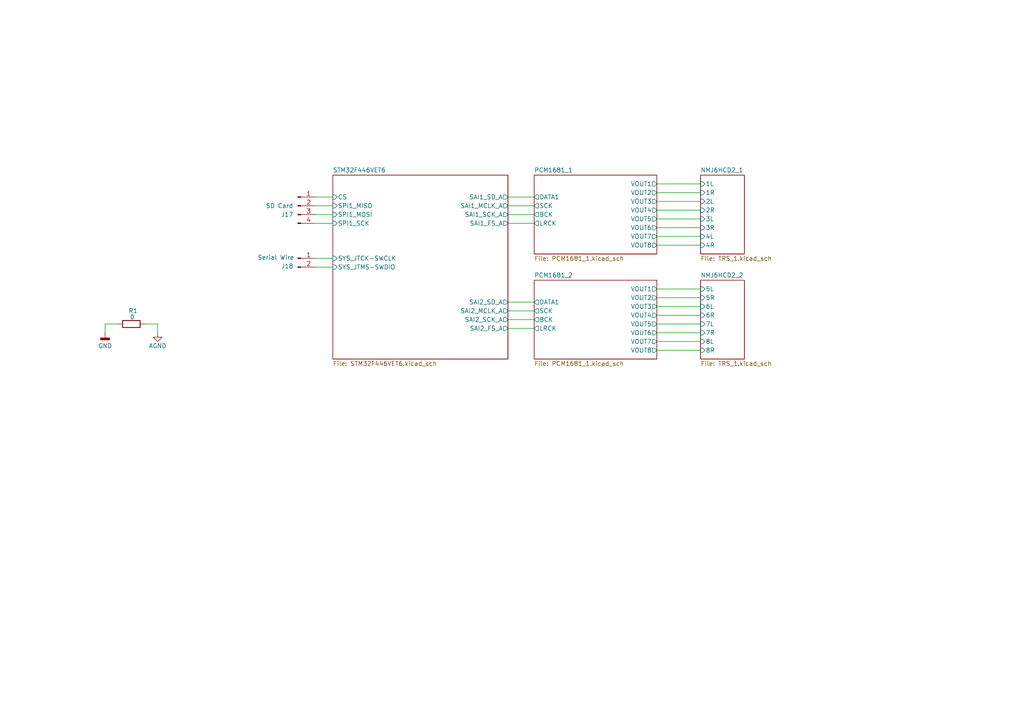
<source format=kicad_sch>
(kicad_sch
	(version 20250114)
	(generator "eeschema")
	(generator_version "9.0")
	(uuid "318a2fe5-3058-409c-8dc3-bfe2e6d8af4c")
	(paper "A4")
	(title_block
		(title "SP")
		(rev "v1")
		(company "Jakub Raimr")
	)
	(lib_symbols
		(symbol "Connector:Conn_01x02_Pin"
			(pin_names
				(offset 1.016)
				(hide yes)
			)
			(exclude_from_sim no)
			(in_bom yes)
			(on_board yes)
			(property "Reference" "J"
				(at 0 2.54 0)
				(effects
					(font
						(size 1.27 1.27)
					)
				)
			)
			(property "Value" "Conn_01x02_Pin"
				(at 0 -5.08 0)
				(effects
					(font
						(size 1.27 1.27)
					)
				)
			)
			(property "Footprint" ""
				(at 0 0 0)
				(effects
					(font
						(size 1.27 1.27)
					)
					(hide yes)
				)
			)
			(property "Datasheet" "~"
				(at 0 0 0)
				(effects
					(font
						(size 1.27 1.27)
					)
					(hide yes)
				)
			)
			(property "Description" "Generic connector, single row, 01x02, script generated"
				(at 0 0 0)
				(effects
					(font
						(size 1.27 1.27)
					)
					(hide yes)
				)
			)
			(property "ki_locked" ""
				(at 0 0 0)
				(effects
					(font
						(size 1.27 1.27)
					)
				)
			)
			(property "ki_keywords" "connector"
				(at 0 0 0)
				(effects
					(font
						(size 1.27 1.27)
					)
					(hide yes)
				)
			)
			(property "ki_fp_filters" "Connector*:*_1x??_*"
				(at 0 0 0)
				(effects
					(font
						(size 1.27 1.27)
					)
					(hide yes)
				)
			)
			(symbol "Conn_01x02_Pin_1_1"
				(rectangle
					(start 0.8636 0.127)
					(end 0 -0.127)
					(stroke
						(width 0.1524)
						(type default)
					)
					(fill
						(type outline)
					)
				)
				(rectangle
					(start 0.8636 -2.413)
					(end 0 -2.667)
					(stroke
						(width 0.1524)
						(type default)
					)
					(fill
						(type outline)
					)
				)
				(polyline
					(pts
						(xy 1.27 0) (xy 0.8636 0)
					)
					(stroke
						(width 0.1524)
						(type default)
					)
					(fill
						(type none)
					)
				)
				(polyline
					(pts
						(xy 1.27 -2.54) (xy 0.8636 -2.54)
					)
					(stroke
						(width 0.1524)
						(type default)
					)
					(fill
						(type none)
					)
				)
				(pin passive line
					(at 5.08 0 180)
					(length 3.81)
					(name "Pin_1"
						(effects
							(font
								(size 1.27 1.27)
							)
						)
					)
					(number "1"
						(effects
							(font
								(size 1.27 1.27)
							)
						)
					)
				)
				(pin passive line
					(at 5.08 -2.54 180)
					(length 3.81)
					(name "Pin_2"
						(effects
							(font
								(size 1.27 1.27)
							)
						)
					)
					(number "2"
						(effects
							(font
								(size 1.27 1.27)
							)
						)
					)
				)
			)
			(embedded_fonts no)
		)
		(symbol "Connector:Conn_01x04_Pin"
			(pin_names
				(offset 1.016)
				(hide yes)
			)
			(exclude_from_sim no)
			(in_bom yes)
			(on_board yes)
			(property "Reference" "J"
				(at 0 5.08 0)
				(effects
					(font
						(size 1.27 1.27)
					)
				)
			)
			(property "Value" "Conn_01x04_Pin"
				(at 0 -7.62 0)
				(effects
					(font
						(size 1.27 1.27)
					)
				)
			)
			(property "Footprint" ""
				(at 0 0 0)
				(effects
					(font
						(size 1.27 1.27)
					)
					(hide yes)
				)
			)
			(property "Datasheet" "~"
				(at 0 0 0)
				(effects
					(font
						(size 1.27 1.27)
					)
					(hide yes)
				)
			)
			(property "Description" "Generic connector, single row, 01x04, script generated"
				(at 0 0 0)
				(effects
					(font
						(size 1.27 1.27)
					)
					(hide yes)
				)
			)
			(property "ki_locked" ""
				(at 0 0 0)
				(effects
					(font
						(size 1.27 1.27)
					)
				)
			)
			(property "ki_keywords" "connector"
				(at 0 0 0)
				(effects
					(font
						(size 1.27 1.27)
					)
					(hide yes)
				)
			)
			(property "ki_fp_filters" "Connector*:*_1x??_*"
				(at 0 0 0)
				(effects
					(font
						(size 1.27 1.27)
					)
					(hide yes)
				)
			)
			(symbol "Conn_01x04_Pin_1_1"
				(rectangle
					(start 0.8636 2.667)
					(end 0 2.413)
					(stroke
						(width 0.1524)
						(type default)
					)
					(fill
						(type outline)
					)
				)
				(rectangle
					(start 0.8636 0.127)
					(end 0 -0.127)
					(stroke
						(width 0.1524)
						(type default)
					)
					(fill
						(type outline)
					)
				)
				(rectangle
					(start 0.8636 -2.413)
					(end 0 -2.667)
					(stroke
						(width 0.1524)
						(type default)
					)
					(fill
						(type outline)
					)
				)
				(rectangle
					(start 0.8636 -4.953)
					(end 0 -5.207)
					(stroke
						(width 0.1524)
						(type default)
					)
					(fill
						(type outline)
					)
				)
				(polyline
					(pts
						(xy 1.27 2.54) (xy 0.8636 2.54)
					)
					(stroke
						(width 0.1524)
						(type default)
					)
					(fill
						(type none)
					)
				)
				(polyline
					(pts
						(xy 1.27 0) (xy 0.8636 0)
					)
					(stroke
						(width 0.1524)
						(type default)
					)
					(fill
						(type none)
					)
				)
				(polyline
					(pts
						(xy 1.27 -2.54) (xy 0.8636 -2.54)
					)
					(stroke
						(width 0.1524)
						(type default)
					)
					(fill
						(type none)
					)
				)
				(polyline
					(pts
						(xy 1.27 -5.08) (xy 0.8636 -5.08)
					)
					(stroke
						(width 0.1524)
						(type default)
					)
					(fill
						(type none)
					)
				)
				(pin passive line
					(at 5.08 2.54 180)
					(length 3.81)
					(name "Pin_1"
						(effects
							(font
								(size 1.27 1.27)
							)
						)
					)
					(number "1"
						(effects
							(font
								(size 1.27 1.27)
							)
						)
					)
				)
				(pin passive line
					(at 5.08 0 180)
					(length 3.81)
					(name "Pin_2"
						(effects
							(font
								(size 1.27 1.27)
							)
						)
					)
					(number "2"
						(effects
							(font
								(size 1.27 1.27)
							)
						)
					)
				)
				(pin passive line
					(at 5.08 -2.54 180)
					(length 3.81)
					(name "Pin_3"
						(effects
							(font
								(size 1.27 1.27)
							)
						)
					)
					(number "3"
						(effects
							(font
								(size 1.27 1.27)
							)
						)
					)
				)
				(pin passive line
					(at 5.08 -5.08 180)
					(length 3.81)
					(name "Pin_4"
						(effects
							(font
								(size 1.27 1.27)
							)
						)
					)
					(number "4"
						(effects
							(font
								(size 1.27 1.27)
							)
						)
					)
				)
			)
			(embedded_fonts no)
		)
		(symbol "Device:R"
			(pin_numbers
				(hide yes)
			)
			(pin_names
				(offset 0)
			)
			(exclude_from_sim no)
			(in_bom yes)
			(on_board yes)
			(property "Reference" "R"
				(at 2.032 0 90)
				(effects
					(font
						(size 1.27 1.27)
					)
				)
			)
			(property "Value" "R"
				(at 0 0 90)
				(effects
					(font
						(size 1.27 1.27)
					)
				)
			)
			(property "Footprint" ""
				(at -1.778 0 90)
				(effects
					(font
						(size 1.27 1.27)
					)
					(hide yes)
				)
			)
			(property "Datasheet" "~"
				(at 0 0 0)
				(effects
					(font
						(size 1.27 1.27)
					)
					(hide yes)
				)
			)
			(property "Description" "Resistor"
				(at 0 0 0)
				(effects
					(font
						(size 1.27 1.27)
					)
					(hide yes)
				)
			)
			(property "ki_keywords" "R res resistor"
				(at 0 0 0)
				(effects
					(font
						(size 1.27 1.27)
					)
					(hide yes)
				)
			)
			(property "ki_fp_filters" "R_*"
				(at 0 0 0)
				(effects
					(font
						(size 1.27 1.27)
					)
					(hide yes)
				)
			)
			(symbol "R_0_1"
				(rectangle
					(start -1.016 -2.54)
					(end 1.016 2.54)
					(stroke
						(width 0.254)
						(type default)
					)
					(fill
						(type none)
					)
				)
			)
			(symbol "R_1_1"
				(pin passive line
					(at 0 3.81 270)
					(length 1.27)
					(name "~"
						(effects
							(font
								(size 1.27 1.27)
							)
						)
					)
					(number "1"
						(effects
							(font
								(size 1.27 1.27)
							)
						)
					)
				)
				(pin passive line
					(at 0 -3.81 90)
					(length 1.27)
					(name "~"
						(effects
							(font
								(size 1.27 1.27)
							)
						)
					)
					(number "2"
						(effects
							(font
								(size 1.27 1.27)
							)
						)
					)
				)
			)
			(embedded_fonts no)
		)
		(symbol "power:GNDA"
			(power)
			(pin_numbers
				(hide yes)
			)
			(pin_names
				(offset 0)
				(hide yes)
			)
			(exclude_from_sim no)
			(in_bom yes)
			(on_board yes)
			(property "Reference" "#PWR"
				(at 0 -6.35 0)
				(effects
					(font
						(size 1.27 1.27)
					)
					(hide yes)
				)
			)
			(property "Value" "GNDA"
				(at 0 -3.81 0)
				(effects
					(font
						(size 1.27 1.27)
					)
				)
			)
			(property "Footprint" ""
				(at 0 0 0)
				(effects
					(font
						(size 1.27 1.27)
					)
					(hide yes)
				)
			)
			(property "Datasheet" ""
				(at 0 0 0)
				(effects
					(font
						(size 1.27 1.27)
					)
					(hide yes)
				)
			)
			(property "Description" "Power symbol creates a global label with name \"GNDA\" , analog ground"
				(at 0 0 0)
				(effects
					(font
						(size 1.27 1.27)
					)
					(hide yes)
				)
			)
			(property "ki_keywords" "global power"
				(at 0 0 0)
				(effects
					(font
						(size 1.27 1.27)
					)
					(hide yes)
				)
			)
			(symbol "GNDA_0_1"
				(polyline
					(pts
						(xy 0 0) (xy 0 -1.27) (xy 1.27 -1.27) (xy 0 -2.54) (xy -1.27 -1.27) (xy 0 -1.27)
					)
					(stroke
						(width 0)
						(type default)
					)
					(fill
						(type none)
					)
				)
			)
			(symbol "GNDA_1_1"
				(pin power_in line
					(at 0 0 270)
					(length 0)
					(name "~"
						(effects
							(font
								(size 1.27 1.27)
							)
						)
					)
					(number "1"
						(effects
							(font
								(size 1.27 1.27)
							)
						)
					)
				)
			)
			(embedded_fonts no)
		)
		(symbol "power:GNDD"
			(power)
			(pin_numbers
				(hide yes)
			)
			(pin_names
				(offset 0)
				(hide yes)
			)
			(exclude_from_sim no)
			(in_bom yes)
			(on_board yes)
			(property "Reference" "#PWR"
				(at 0 -6.35 0)
				(effects
					(font
						(size 1.27 1.27)
					)
					(hide yes)
				)
			)
			(property "Value" "GNDD"
				(at 0 -3.175 0)
				(effects
					(font
						(size 1.27 1.27)
					)
				)
			)
			(property "Footprint" ""
				(at 0 0 0)
				(effects
					(font
						(size 1.27 1.27)
					)
					(hide yes)
				)
			)
			(property "Datasheet" ""
				(at 0 0 0)
				(effects
					(font
						(size 1.27 1.27)
					)
					(hide yes)
				)
			)
			(property "Description" "Power symbol creates a global label with name \"GNDD\" , digital ground"
				(at 0 0 0)
				(effects
					(font
						(size 1.27 1.27)
					)
					(hide yes)
				)
			)
			(property "ki_keywords" "global power"
				(at 0 0 0)
				(effects
					(font
						(size 1.27 1.27)
					)
					(hide yes)
				)
			)
			(symbol "GNDD_0_1"
				(rectangle
					(start -1.27 -1.524)
					(end 1.27 -2.032)
					(stroke
						(width 0.254)
						(type default)
					)
					(fill
						(type outline)
					)
				)
				(polyline
					(pts
						(xy 0 0) (xy 0 -1.524)
					)
					(stroke
						(width 0)
						(type default)
					)
					(fill
						(type none)
					)
				)
			)
			(symbol "GNDD_1_1"
				(pin power_in line
					(at 0 0 270)
					(length 0)
					(name "~"
						(effects
							(font
								(size 1.27 1.27)
							)
						)
					)
					(number "1"
						(effects
							(font
								(size 1.27 1.27)
							)
						)
					)
				)
			)
			(embedded_fonts no)
		)
	)
	(wire
		(pts
			(xy 190.5 86.36) (xy 203.2 86.36)
		)
		(stroke
			(width 0)
			(type default)
		)
		(uuid "094e0538-a7a8-4c66-8199-a0e4baabfcbe")
	)
	(wire
		(pts
			(xy 190.5 60.96) (xy 203.2 60.96)
		)
		(stroke
			(width 0)
			(type default)
		)
		(uuid "0f49f165-d364-4d3b-b54d-3bdcacaf0a7e")
	)
	(wire
		(pts
			(xy 147.32 87.63) (xy 154.94 87.63)
		)
		(stroke
			(width 0)
			(type default)
		)
		(uuid "1603bda1-858c-4887-ab69-d4d142adff0a")
	)
	(wire
		(pts
			(xy 190.5 88.9) (xy 203.2 88.9)
		)
		(stroke
			(width 0)
			(type default)
		)
		(uuid "1840854c-2fd7-454b-9506-d72bca786988")
	)
	(wire
		(pts
			(xy 147.32 90.17) (xy 154.94 90.17)
		)
		(stroke
			(width 0)
			(type default)
		)
		(uuid "30a2f95d-c2ec-4013-a4e7-2731279c2786")
	)
	(wire
		(pts
			(xy 190.5 55.88) (xy 203.2 55.88)
		)
		(stroke
			(width 0)
			(type default)
		)
		(uuid "37062952-5c48-4913-8e4e-db0a183e1a40")
	)
	(wire
		(pts
			(xy 147.32 59.69) (xy 154.94 59.69)
		)
		(stroke
			(width 0)
			(type default)
		)
		(uuid "39def0c0-4498-4474-a862-d94f7b02ab68")
	)
	(wire
		(pts
			(xy 190.5 66.04) (xy 203.2 66.04)
		)
		(stroke
			(width 0)
			(type default)
		)
		(uuid "445c8bbb-150f-4211-8c51-0f836440f990")
	)
	(wire
		(pts
			(xy 91.44 64.77) (xy 96.52 64.77)
		)
		(stroke
			(width 0)
			(type default)
		)
		(uuid "4617fd2f-0925-4149-af89-da188912aaab")
	)
	(wire
		(pts
			(xy 91.44 57.15) (xy 96.52 57.15)
		)
		(stroke
			(width 0)
			(type default)
		)
		(uuid "47b0b7f4-3a83-412d-80d4-c79321a87968")
	)
	(wire
		(pts
			(xy 190.5 93.98) (xy 203.2 93.98)
		)
		(stroke
			(width 0)
			(type default)
		)
		(uuid "4fff3a25-9a3a-4c2e-b0ba-877350cfa69a")
	)
	(wire
		(pts
			(xy 190.5 63.5) (xy 203.2 63.5)
		)
		(stroke
			(width 0)
			(type default)
		)
		(uuid "5e1044ad-baff-48e4-b271-6e40b64407fe")
	)
	(wire
		(pts
			(xy 147.32 64.77) (xy 154.94 64.77)
		)
		(stroke
			(width 0)
			(type default)
		)
		(uuid "617f0da6-8f11-420c-aa0d-a77e3f2cbc08")
	)
	(wire
		(pts
			(xy 190.5 91.44) (xy 203.2 91.44)
		)
		(stroke
			(width 0)
			(type default)
		)
		(uuid "62021367-6077-4fe3-ab0e-e7b4342bb809")
	)
	(wire
		(pts
			(xy 91.44 59.69) (xy 96.52 59.69)
		)
		(stroke
			(width 0)
			(type default)
		)
		(uuid "67e4c35c-9045-4373-83c3-519954800928")
	)
	(wire
		(pts
			(xy 190.5 53.34) (xy 203.2 53.34)
		)
		(stroke
			(width 0)
			(type default)
		)
		(uuid "6b337367-b93a-40e7-824b-87c316cd1cae")
	)
	(wire
		(pts
			(xy 30.48 93.98) (xy 30.48 96.52)
		)
		(stroke
			(width 0)
			(type default)
		)
		(uuid "6bf316b3-75a5-4a03-9e4d-28183a7b380d")
	)
	(wire
		(pts
			(xy 91.44 74.93) (xy 96.52 74.93)
		)
		(stroke
			(width 0)
			(type default)
		)
		(uuid "74048297-83f3-47af-b8fb-7973b9075ae8")
	)
	(wire
		(pts
			(xy 190.5 96.52) (xy 203.2 96.52)
		)
		(stroke
			(width 0)
			(type default)
		)
		(uuid "76f7ed7f-4f6f-402e-8399-deff7f10f855")
	)
	(wire
		(pts
			(xy 147.32 92.71) (xy 154.94 92.71)
		)
		(stroke
			(width 0)
			(type default)
		)
		(uuid "86477c28-ed79-4980-986f-460cc84dd082")
	)
	(wire
		(pts
			(xy 91.44 77.47) (xy 96.52 77.47)
		)
		(stroke
			(width 0)
			(type default)
		)
		(uuid "8b0f0237-0d4e-486e-8caf-fe83a42a7b98")
	)
	(wire
		(pts
			(xy 147.32 95.25) (xy 154.94 95.25)
		)
		(stroke
			(width 0)
			(type default)
		)
		(uuid "8ba87234-5e60-4d17-a99c-b58ee62a9fb5")
	)
	(wire
		(pts
			(xy 190.5 71.12) (xy 203.2 71.12)
		)
		(stroke
			(width 0)
			(type default)
		)
		(uuid "95abdefd-a695-4845-8576-b9789dd05e92")
	)
	(wire
		(pts
			(xy 30.48 93.98) (xy 34.29 93.98)
		)
		(stroke
			(width 0)
			(type default)
		)
		(uuid "a5cb9514-4a8e-4e08-8326-0c1846494b33")
	)
	(wire
		(pts
			(xy 190.5 68.58) (xy 203.2 68.58)
		)
		(stroke
			(width 0)
			(type default)
		)
		(uuid "acdcc716-5160-4a65-a08e-c532cc7fb026")
	)
	(wire
		(pts
			(xy 91.44 62.23) (xy 96.52 62.23)
		)
		(stroke
			(width 0)
			(type default)
		)
		(uuid "b6789c18-057e-4292-b2d7-0000fe829bb2")
	)
	(wire
		(pts
			(xy 147.32 62.23) (xy 154.94 62.23)
		)
		(stroke
			(width 0)
			(type default)
		)
		(uuid "ba4b5c62-fbe1-44e6-a40a-2eae9023c233")
	)
	(wire
		(pts
			(xy 41.91 93.98) (xy 45.72 93.98)
		)
		(stroke
			(width 0)
			(type default)
		)
		(uuid "ba6ba964-172c-4bd0-830e-d71eef3e7703")
	)
	(wire
		(pts
			(xy 190.5 99.06) (xy 203.2 99.06)
		)
		(stroke
			(width 0)
			(type default)
		)
		(uuid "c48770de-f88d-46b5-a47a-385e831a5e94")
	)
	(wire
		(pts
			(xy 190.5 83.82) (xy 203.2 83.82)
		)
		(stroke
			(width 0)
			(type default)
		)
		(uuid "cbe9133c-384a-40c7-8290-e0c682644b52")
	)
	(wire
		(pts
			(xy 190.5 58.42) (xy 203.2 58.42)
		)
		(stroke
			(width 0)
			(type default)
		)
		(uuid "cddcf913-c003-4ba5-8579-5ab01c15d887")
	)
	(wire
		(pts
			(xy 147.32 57.15) (xy 154.94 57.15)
		)
		(stroke
			(width 0)
			(type default)
		)
		(uuid "cf742891-8a19-4321-bf94-9635167887b5")
	)
	(wire
		(pts
			(xy 190.5 101.6) (xy 203.2 101.6)
		)
		(stroke
			(width 0)
			(type default)
		)
		(uuid "dbd50151-354b-48b7-aa59-f8a863003677")
	)
	(wire
		(pts
			(xy 45.72 93.98) (xy 45.72 96.52)
		)
		(stroke
			(width 0)
			(type default)
		)
		(uuid "f76373d3-d1e3-4b59-9efc-f47f9f4e015d")
	)
	(symbol
		(lib_id "power:GNDD")
		(at 30.48 96.52 0)
		(unit 1)
		(exclude_from_sim no)
		(in_bom yes)
		(on_board yes)
		(dnp no)
		(fields_autoplaced yes)
		(uuid "26f388c6-ff16-4b02-bc6b-eaa6f5944730")
		(property "Reference" "#PWR047"
			(at 30.48 102.87 0)
			(effects
				(font
					(size 1.27 1.27)
				)
				(hide yes)
			)
		)
		(property "Value" "GND"
			(at 30.48 100.33 0)
			(effects
				(font
					(size 1.27 1.27)
				)
			)
		)
		(property "Footprint" ""
			(at 30.48 96.52 0)
			(effects
				(font
					(size 1.27 1.27)
				)
				(hide yes)
			)
		)
		(property "Datasheet" ""
			(at 30.48 96.52 0)
			(effects
				(font
					(size 1.27 1.27)
				)
				(hide yes)
			)
		)
		(property "Description" "Power symbol creates a global label with name \"GNDD\" , digital ground"
			(at 30.48 96.52 0)
			(effects
				(font
					(size 1.27 1.27)
				)
				(hide yes)
			)
		)
		(pin "1"
			(uuid "b1bf862f-edee-423a-9210-f484f2ce3ebb")
		)
		(instances
			(project "SP"
				(path "/318a2fe5-3058-409c-8dc3-bfe2e6d8af4c"
					(reference "#PWR047")
					(unit 1)
				)
			)
		)
	)
	(symbol
		(lib_id "Device:R")
		(at 38.1 93.98 90)
		(unit 1)
		(exclude_from_sim no)
		(in_bom yes)
		(on_board yes)
		(dnp no)
		(uuid "5e546ed3-64df-4bd9-a55c-3f72f2305659")
		(property "Reference" "R1"
			(at 38.608 90.17 90)
			(effects
				(font
					(size 1.27 1.27)
				)
			)
		)
		(property "Value" "0"
			(at 38.354 91.948 90)
			(effects
				(font
					(size 1.27 1.27)
				)
			)
		)
		(property "Footprint" ""
			(at 38.1 95.758 90)
			(effects
				(font
					(size 1.27 1.27)
				)
				(hide yes)
			)
		)
		(property "Datasheet" "~"
			(at 38.1 93.98 0)
			(effects
				(font
					(size 1.27 1.27)
				)
				(hide yes)
			)
		)
		(property "Description" "Resistor"
			(at 38.1 93.98 0)
			(effects
				(font
					(size 1.27 1.27)
				)
				(hide yes)
			)
		)
		(pin "1"
			(uuid "1f2ee07d-7183-4a97-b908-30607deecc67")
		)
		(pin "2"
			(uuid "b5ac44da-34af-434d-b3c5-5fd856d44838")
		)
		(instances
			(project ""
				(path "/318a2fe5-3058-409c-8dc3-bfe2e6d8af4c"
					(reference "R1")
					(unit 1)
				)
			)
		)
	)
	(symbol
		(lib_id "Connector:Conn_01x04_Pin")
		(at 86.36 59.69 0)
		(unit 1)
		(exclude_from_sim no)
		(in_bom yes)
		(on_board yes)
		(dnp no)
		(uuid "b36ebe66-ede8-43b6-9507-b9473f0d3228")
		(property "Reference" "J17"
			(at 85.09 62.2301 0)
			(effects
				(font
					(size 1.27 1.27)
				)
				(justify right)
			)
		)
		(property "Value" "SD Card"
			(at 85.09 59.6901 0)
			(effects
				(font
					(size 1.27 1.27)
				)
				(justify right)
			)
		)
		(property "Footprint" ""
			(at 86.36 59.69 0)
			(effects
				(font
					(size 1.27 1.27)
				)
				(hide yes)
			)
		)
		(property "Datasheet" "~"
			(at 86.36 59.69 0)
			(effects
				(font
					(size 1.27 1.27)
				)
				(hide yes)
			)
		)
		(property "Description" "Generic connector, single row, 01x04, script generated"
			(at 86.36 59.69 0)
			(effects
				(font
					(size 1.27 1.27)
				)
				(hide yes)
			)
		)
		(pin "4"
			(uuid "748538f0-5fdf-4faa-9026-b3393b6ef65d")
		)
		(pin "1"
			(uuid "097ea729-9b9a-4499-af3c-00eebd615032")
		)
		(pin "3"
			(uuid "6c5dea7a-1fa1-45d6-8c18-abe765b74dfd")
		)
		(pin "2"
			(uuid "bb3295f1-0c63-4627-bc52-bd98d0ae06e7")
		)
		(instances
			(project "SP"
				(path "/318a2fe5-3058-409c-8dc3-bfe2e6d8af4c"
					(reference "J17")
					(unit 1)
				)
			)
		)
	)
	(symbol
		(lib_id "power:GNDA")
		(at 45.72 96.52 0)
		(unit 1)
		(exclude_from_sim no)
		(in_bom yes)
		(on_board yes)
		(dnp no)
		(uuid "c6e3832d-147d-4280-81a9-f42a577bb109")
		(property "Reference" "#PWR048"
			(at 45.72 102.87 0)
			(effects
				(font
					(size 1.27 1.27)
				)
				(hide yes)
			)
		)
		(property "Value" "AGND"
			(at 45.72 100.33 0)
			(effects
				(font
					(size 1.27 1.27)
				)
			)
		)
		(property "Footprint" ""
			(at 45.72 96.52 0)
			(effects
				(font
					(size 1.27 1.27)
				)
				(hide yes)
			)
		)
		(property "Datasheet" ""
			(at 45.72 96.52 0)
			(effects
				(font
					(size 1.27 1.27)
				)
				(hide yes)
			)
		)
		(property "Description" "Power symbol creates a global label with name \"GNDA\" , analog ground"
			(at 45.72 96.52 0)
			(effects
				(font
					(size 1.27 1.27)
				)
				(hide yes)
			)
		)
		(pin "1"
			(uuid "0833ea02-b7ea-4040-a3cc-89f63e224ba2")
		)
		(instances
			(project "SP"
				(path "/318a2fe5-3058-409c-8dc3-bfe2e6d8af4c"
					(reference "#PWR048")
					(unit 1)
				)
			)
		)
	)
	(symbol
		(lib_id "Connector:Conn_01x02_Pin")
		(at 86.36 74.93 0)
		(unit 1)
		(exclude_from_sim no)
		(in_bom yes)
		(on_board yes)
		(dnp no)
		(uuid "ec830ed5-4272-4729-a62e-c9ef35eea86b")
		(property "Reference" "J18"
			(at 83.312 77.216 0)
			(effects
				(font
					(size 1.27 1.27)
				)
			)
		)
		(property "Value" "Serial Wire"
			(at 80.01 74.676 0)
			(effects
				(font
					(size 1.27 1.27)
				)
			)
		)
		(property "Footprint" ""
			(at 86.36 74.93 0)
			(effects
				(font
					(size 1.27 1.27)
				)
				(hide yes)
			)
		)
		(property "Datasheet" "~"
			(at 86.36 74.93 0)
			(effects
				(font
					(size 1.27 1.27)
				)
				(hide yes)
			)
		)
		(property "Description" "Generic connector, single row, 01x02, script generated"
			(at 86.36 74.93 0)
			(effects
				(font
					(size 1.27 1.27)
				)
				(hide yes)
			)
		)
		(pin "1"
			(uuid "12c3b3d0-d735-47c3-af01-454a2d493f0e")
		)
		(pin "2"
			(uuid "691fe67f-0504-4793-be7c-100e03c7ae63")
		)
		(instances
			(project ""
				(path "/318a2fe5-3058-409c-8dc3-bfe2e6d8af4c"
					(reference "J18")
					(unit 1)
				)
			)
		)
	)
	(sheet
		(at 203.2 50.8)
		(size 12.7 22.86)
		(exclude_from_sim no)
		(in_bom yes)
		(on_board yes)
		(dnp no)
		(fields_autoplaced yes)
		(stroke
			(width 0.1524)
			(type solid)
		)
		(fill
			(color 0 0 0 0.0000)
		)
		(uuid "19351172-9d87-4e12-8155-ead250f6380c")
		(property "Sheetname" "NMJ6HCD2_1"
			(at 203.2 50.0884 0)
			(effects
				(font
					(size 1.27 1.27)
				)
				(justify left bottom)
			)
		)
		(property "Sheetfile" "TRS_1.kicad_sch"
			(at 203.2 74.2446 0)
			(effects
				(font
					(size 1.27 1.27)
				)
				(justify left top)
			)
		)
		(property "Field2" ""
			(at 203.2 50.8 0)
			(effects
				(font
					(size 1.27 1.27)
				)
			)
		)
		(pin "1L" input
			(at 203.2 53.34 180)
			(uuid "12e614b5-567a-4de7-8200-ec08f3794d9d")
			(effects
				(font
					(size 1.27 1.27)
				)
				(justify left)
			)
		)
		(pin "1R" input
			(at 203.2 55.88 180)
			(uuid "1d4a6b38-bb1b-4114-b20c-efe78586674d")
			(effects
				(font
					(size 1.27 1.27)
				)
				(justify left)
			)
		)
		(pin "2L" input
			(at 203.2 58.42 180)
			(uuid "cbf32c70-3a17-4475-a594-bf8b59c7e14c")
			(effects
				(font
					(size 1.27 1.27)
				)
				(justify left)
			)
		)
		(pin "2R" input
			(at 203.2 60.96 180)
			(uuid "fad9cadf-1c5a-4b78-baab-bf5266aaabb9")
			(effects
				(font
					(size 1.27 1.27)
				)
				(justify left)
			)
		)
		(pin "3L" input
			(at 203.2 63.5 180)
			(uuid "dd36e95d-9792-4c98-a7f2-7d724783ff6e")
			(effects
				(font
					(size 1.27 1.27)
				)
				(justify left)
			)
		)
		(pin "3R" input
			(at 203.2 66.04 180)
			(uuid "cee3ec99-0e50-4939-b3e7-ac2dbb039fe0")
			(effects
				(font
					(size 1.27 1.27)
				)
				(justify left)
			)
		)
		(pin "4L" input
			(at 203.2 68.58 180)
			(uuid "3d9cfc78-b042-495b-af3c-7c0482341a31")
			(effects
				(font
					(size 1.27 1.27)
				)
				(justify left)
			)
		)
		(pin "4R" input
			(at 203.2 71.12 180)
			(uuid "93b1a666-1660-4768-b97c-dbfe19973c9d")
			(effects
				(font
					(size 1.27 1.27)
				)
				(justify left)
			)
		)
		(instances
			(project "SP"
				(path "/318a2fe5-3058-409c-8dc3-bfe2e6d8af4c"
					(page "5")
				)
			)
		)
	)
	(sheet
		(at 154.94 81.28)
		(size 35.56 22.86)
		(exclude_from_sim no)
		(in_bom yes)
		(on_board yes)
		(dnp no)
		(fields_autoplaced yes)
		(stroke
			(width 0.1524)
			(type solid)
		)
		(fill
			(color 0 0 0 0.0000)
		)
		(uuid "1fc5c215-0234-4bfc-9e16-7373c52c0d73")
		(property "Sheetname" "PCM1681_2"
			(at 154.94 80.5684 0)
			(effects
				(font
					(size 1.27 1.27)
				)
				(justify left bottom)
			)
		)
		(property "Sheetfile" "PCM1681_1.kicad_sch"
			(at 154.94 104.7246 0)
			(effects
				(font
					(size 1.27 1.27)
				)
				(justify left top)
			)
		)
		(pin "BCK" output
			(at 154.94 92.71 180)
			(uuid "a9122d11-e637-4c50-bc5e-15c23d5a5cef")
			(effects
				(font
					(size 1.27 1.27)
				)
				(justify left)
			)
		)
		(pin "DATA1" output
			(at 154.94 87.63 180)
			(uuid "d2b4a4dc-5bd9-4f2d-b832-284a85d3a583")
			(effects
				(font
					(size 1.27 1.27)
				)
				(justify left)
			)
		)
		(pin "LRCK" output
			(at 154.94 95.25 180)
			(uuid "0e86f89e-920c-4236-a3ff-a4d6b9a18d86")
			(effects
				(font
					(size 1.27 1.27)
				)
				(justify left)
			)
		)
		(pin "SCK" output
			(at 154.94 90.17 180)
			(uuid "4f4932e7-969e-49f8-8386-8023d60fd196")
			(effects
				(font
					(size 1.27 1.27)
				)
				(justify left)
			)
		)
		(pin "VOUT1" output
			(at 190.5 83.82 0)
			(uuid "546c301a-4aef-4de1-b5f2-13d81272e6b3")
			(effects
				(font
					(size 1.27 1.27)
				)
				(justify right)
			)
		)
		(pin "VOUT2" output
			(at 190.5 86.36 0)
			(uuid "bd78fc8e-697f-4d7f-a006-54658607bd6f")
			(effects
				(font
					(size 1.27 1.27)
				)
				(justify right)
			)
		)
		(pin "VOUT3" output
			(at 190.5 88.9 0)
			(uuid "d2cea81f-d5f0-4085-9cd5-b86aaba51517")
			(effects
				(font
					(size 1.27 1.27)
				)
				(justify right)
			)
		)
		(pin "VOUT4" output
			(at 190.5 91.44 0)
			(uuid "a31a1235-028f-4afd-b983-f3f4827f2c22")
			(effects
				(font
					(size 1.27 1.27)
				)
				(justify right)
			)
		)
		(pin "VOUT5" output
			(at 190.5 93.98 0)
			(uuid "110c0e14-49ca-4b0b-b2a8-fee55fbbe2f1")
			(effects
				(font
					(size 1.27 1.27)
				)
				(justify right)
			)
		)
		(pin "VOUT6" output
			(at 190.5 96.52 0)
			(uuid "25085ab9-3a48-484e-bd8e-b7e51eeea666")
			(effects
				(font
					(size 1.27 1.27)
				)
				(justify right)
			)
		)
		(pin "VOUT7" output
			(at 190.5 99.06 0)
			(uuid "7ce8e101-f44e-4950-8320-d550472bcaf1")
			(effects
				(font
					(size 1.27 1.27)
				)
				(justify right)
			)
		)
		(pin "VOUT8" output
			(at 190.5 101.6 0)
			(uuid "8ba77694-a688-4651-9c79-86f8d0daa273")
			(effects
				(font
					(size 1.27 1.27)
				)
				(justify right)
			)
		)
		(instances
			(project "SP"
				(path "/318a2fe5-3058-409c-8dc3-bfe2e6d8af4c"
					(page "4")
				)
			)
		)
	)
	(sheet
		(at 96.52 50.8)
		(size 50.8 53.34)
		(exclude_from_sim no)
		(in_bom yes)
		(on_board yes)
		(dnp no)
		(fields_autoplaced yes)
		(stroke
			(width 0.1524)
			(type solid)
		)
		(fill
			(color 0 0 0 0.0000)
		)
		(uuid "369eaf05-cee5-4c29-88ca-f9309f31699d")
		(property "Sheetname" "STM32F446VET6"
			(at 96.52 50.0884 0)
			(effects
				(font
					(size 1.27 1.27)
				)
				(justify left bottom)
			)
		)
		(property "Sheetfile" "STM32F446VET6.kicad_sch"
			(at 96.52 104.7246 0)
			(effects
				(font
					(size 1.27 1.27)
				)
				(justify left top)
			)
		)
		(pin "SAI1_FS_A" output
			(at 147.32 64.77 0)
			(uuid "b7c1bfdd-ca6f-4e5a-b458-e59f401c524e")
			(effects
				(font
					(size 1.27 1.27)
				)
				(justify right)
			)
		)
		(pin "SAI1_MCLK_A" output
			(at 147.32 59.69 0)
			(uuid "de3e603a-4dd1-428a-8633-c685bfba4c53")
			(effects
				(font
					(size 1.27 1.27)
				)
				(justify right)
			)
		)
		(pin "SAI1_SCK_A" output
			(at 147.32 62.23 0)
			(uuid "bd817a55-28d7-4032-9cfa-a45c57d8f53b")
			(effects
				(font
					(size 1.27 1.27)
				)
				(justify right)
			)
		)
		(pin "SAI1_SD_A" output
			(at 147.32 57.15 0)
			(uuid "be5302f3-6c82-4db6-a032-7ffaa2367a5e")
			(effects
				(font
					(size 1.27 1.27)
				)
				(justify right)
			)
		)
		(pin "SAI2_FS_A" output
			(at 147.32 95.25 0)
			(uuid "4c31d5c3-6f6b-4b22-af89-214a1f459c89")
			(effects
				(font
					(size 1.27 1.27)
				)
				(justify right)
			)
		)
		(pin "SAI2_MCLK_A" output
			(at 147.32 90.17 0)
			(uuid "06ea711d-c9cc-455e-bb55-d2294e654f7a")
			(effects
				(font
					(size 1.27 1.27)
				)
				(justify right)
			)
		)
		(pin "SAI2_SCK_A" output
			(at 147.32 92.71 0)
			(uuid "2a5ac91d-b82d-4e83-8edf-cddfc705ebf5")
			(effects
				(font
					(size 1.27 1.27)
				)
				(justify right)
			)
		)
		(pin "SAI2_SD_A" output
			(at 147.32 87.63 0)
			(uuid "4c8341bb-0306-4906-99fe-e890e6a3f634")
			(effects
				(font
					(size 1.27 1.27)
				)
				(justify right)
			)
		)
		(pin "CS" input
			(at 96.52 57.15 180)
			(uuid "e32384f4-2222-40f4-8b02-5aaab3bf1bb6")
			(effects
				(font
					(size 1.27 1.27)
				)
				(justify left)
			)
		)
		(pin "SPI1_MISO" input
			(at 96.52 59.69 180)
			(uuid "37019b07-5e84-489c-86c9-486028702df8")
			(effects
				(font
					(size 1.27 1.27)
				)
				(justify left)
			)
		)
		(pin "SPI1_MOSI" input
			(at 96.52 62.23 180)
			(uuid "72df61c3-df99-492c-a376-078cb13a35c7")
			(effects
				(font
					(size 1.27 1.27)
				)
				(justify left)
			)
		)
		(pin "SPI1_SCK" input
			(at 96.52 64.77 180)
			(uuid "5876517d-61cb-40d2-b636-95ee83200740")
			(effects
				(font
					(size 1.27 1.27)
				)
				(justify left)
			)
		)
		(pin "SYS_JTCK-SWCLK" input
			(at 96.52 74.93 180)
			(uuid "5131424c-f1fc-4523-8f56-2bcec0ef1797")
			(effects
				(font
					(size 1.27 1.27)
				)
				(justify left)
			)
		)
		(pin "SYS_JTMS-SWDIO" input
			(at 96.52 77.47 180)
			(uuid "c969cbda-ce98-4fb5-8602-bddc5e0c400e")
			(effects
				(font
					(size 1.27 1.27)
				)
				(justify left)
			)
		)
		(instances
			(project "SP"
				(path "/318a2fe5-3058-409c-8dc3-bfe2e6d8af4c"
					(page "2")
				)
			)
		)
	)
	(sheet
		(at 203.2 81.28)
		(size 12.7 22.86)
		(exclude_from_sim no)
		(in_bom yes)
		(on_board yes)
		(dnp no)
		(fields_autoplaced yes)
		(stroke
			(width 0.1524)
			(type solid)
		)
		(fill
			(color 0 0 0 0.0000)
		)
		(uuid "60dd83f1-4e12-4c01-89f0-4c08b227710c")
		(property "Sheetname" "NMJ6HCD2_2"
			(at 203.2 80.5684 0)
			(effects
				(font
					(size 1.27 1.27)
				)
				(justify left bottom)
			)
		)
		(property "Sheetfile" "TRS_1.kicad_sch"
			(at 203.2 104.7246 0)
			(effects
				(font
					(size 1.27 1.27)
				)
				(justify left top)
			)
		)
		(property "Field2" ""
			(at 203.2 81.28 0)
			(effects
				(font
					(size 1.27 1.27)
				)
			)
		)
		(pin "5L" input
			(at 203.2 83.82 180)
			(uuid "a6cbd4f2-08dd-41be-95cf-0acaabe09919")
			(effects
				(font
					(size 1.27 1.27)
				)
				(justify left)
			)
		)
		(pin "5R" input
			(at 203.2 86.36 180)
			(uuid "c55fbee1-62f0-4213-b350-2bf936f83029")
			(effects
				(font
					(size 1.27 1.27)
				)
				(justify left)
			)
		)
		(pin "6L" input
			(at 203.2 88.9 180)
			(uuid "2d687133-cdc8-462b-b738-5bef43544708")
			(effects
				(font
					(size 1.27 1.27)
				)
				(justify left)
			)
		)
		(pin "6R" input
			(at 203.2 91.44 180)
			(uuid "a7212524-46ce-4937-97b8-efdd28d44aaa")
			(effects
				(font
					(size 1.27 1.27)
				)
				(justify left)
			)
		)
		(pin "7L" input
			(at 203.2 93.98 180)
			(uuid "e0b88671-8bdd-4f28-b6bc-21f106c4058c")
			(effects
				(font
					(size 1.27 1.27)
				)
				(justify left)
			)
		)
		(pin "7R" input
			(at 203.2 96.52 180)
			(uuid "c2dd9d7b-c5c0-4107-94dc-73360b776e3e")
			(effects
				(font
					(size 1.27 1.27)
				)
				(justify left)
			)
		)
		(pin "8L" input
			(at 203.2 99.06 180)
			(uuid "77aff79a-b352-41bd-bd07-3c68fb46e164")
			(effects
				(font
					(size 1.27 1.27)
				)
				(justify left)
			)
		)
		(pin "8R" input
			(at 203.2 101.6 180)
			(uuid "d114cc9e-ae49-4706-bad0-3da88a2138c6")
			(effects
				(font
					(size 1.27 1.27)
				)
				(justify left)
			)
		)
		(instances
			(project "SP"
				(path "/318a2fe5-3058-409c-8dc3-bfe2e6d8af4c"
					(page "6")
				)
			)
		)
	)
	(sheet
		(at 154.94 50.8)
		(size 35.56 22.86)
		(exclude_from_sim no)
		(in_bom yes)
		(on_board yes)
		(dnp no)
		(fields_autoplaced yes)
		(stroke
			(width 0.1524)
			(type solid)
		)
		(fill
			(color 0 0 0 0.0000)
		)
		(uuid "fddabb7a-6317-4e88-ab13-43bce1197439")
		(property "Sheetname" "PCM1681_1"
			(at 154.94 50.0884 0)
			(effects
				(font
					(size 1.27 1.27)
				)
				(justify left bottom)
			)
		)
		(property "Sheetfile" "PCM1681_1.kicad_sch"
			(at 154.94 74.2446 0)
			(effects
				(font
					(size 1.27 1.27)
				)
				(justify left top)
			)
		)
		(pin "BCK" output
			(at 154.94 62.23 180)
			(uuid "a5c93331-2544-4b49-ac81-e2759df01a89")
			(effects
				(font
					(size 1.27 1.27)
				)
				(justify left)
			)
		)
		(pin "DATA1" output
			(at 154.94 57.15 180)
			(uuid "61d86102-2f4d-4263-90c5-7265a2d57821")
			(effects
				(font
					(size 1.27 1.27)
				)
				(justify left)
			)
		)
		(pin "LRCK" output
			(at 154.94 64.77 180)
			(uuid "91238464-9968-4456-a86d-df1acdbd5ac9")
			(effects
				(font
					(size 1.27 1.27)
				)
				(justify left)
			)
		)
		(pin "SCK" output
			(at 154.94 59.69 180)
			(uuid "3498cbc6-89b1-4138-80a6-1244225bbec7")
			(effects
				(font
					(size 1.27 1.27)
				)
				(justify left)
			)
		)
		(pin "VOUT1" output
			(at 190.5 53.34 0)
			(uuid "d021dc24-a9d5-49b3-8271-14650be1ac43")
			(effects
				(font
					(size 1.27 1.27)
				)
				(justify right)
			)
		)
		(pin "VOUT2" output
			(at 190.5 55.88 0)
			(uuid "6f6183b7-dada-4a27-9a27-1b328d43a45c")
			(effects
				(font
					(size 1.27 1.27)
				)
				(justify right)
			)
		)
		(pin "VOUT3" output
			(at 190.5 58.42 0)
			(uuid "6e074bd6-f28c-43c6-a042-6f8e989fb0eb")
			(effects
				(font
					(size 1.27 1.27)
				)
				(justify right)
			)
		)
		(pin "VOUT4" output
			(at 190.5 60.96 0)
			(uuid "89984d2f-386e-47eb-af5e-b29b0c850c76")
			(effects
				(font
					(size 1.27 1.27)
				)
				(justify right)
			)
		)
		(pin "VOUT5" output
			(at 190.5 63.5 0)
			(uuid "69178a5f-40bc-472a-8ae2-c6b3164f6bac")
			(effects
				(font
					(size 1.27 1.27)
				)
				(justify right)
			)
		)
		(pin "VOUT6" output
			(at 190.5 66.04 0)
			(uuid "f5a730d4-f910-45af-b02d-c924957dcedf")
			(effects
				(font
					(size 1.27 1.27)
				)
				(justify right)
			)
		)
		(pin "VOUT7" output
			(at 190.5 68.58 0)
			(uuid "7653cfc4-caa3-433a-9c3c-84a6fd3a9628")
			(effects
				(font
					(size 1.27 1.27)
				)
				(justify right)
			)
		)
		(pin "VOUT8" output
			(at 190.5 71.12 0)
			(uuid "c6219c22-b010-4fca-8ccd-3562fcc61c9b")
			(effects
				(font
					(size 1.27 1.27)
				)
				(justify right)
			)
		)
		(instances
			(project "SP"
				(path "/318a2fe5-3058-409c-8dc3-bfe2e6d8af4c"
					(page "3")
				)
			)
		)
	)
	(sheet_instances
		(path "/"
			(page "1")
		)
	)
	(embedded_fonts no)
)

</source>
